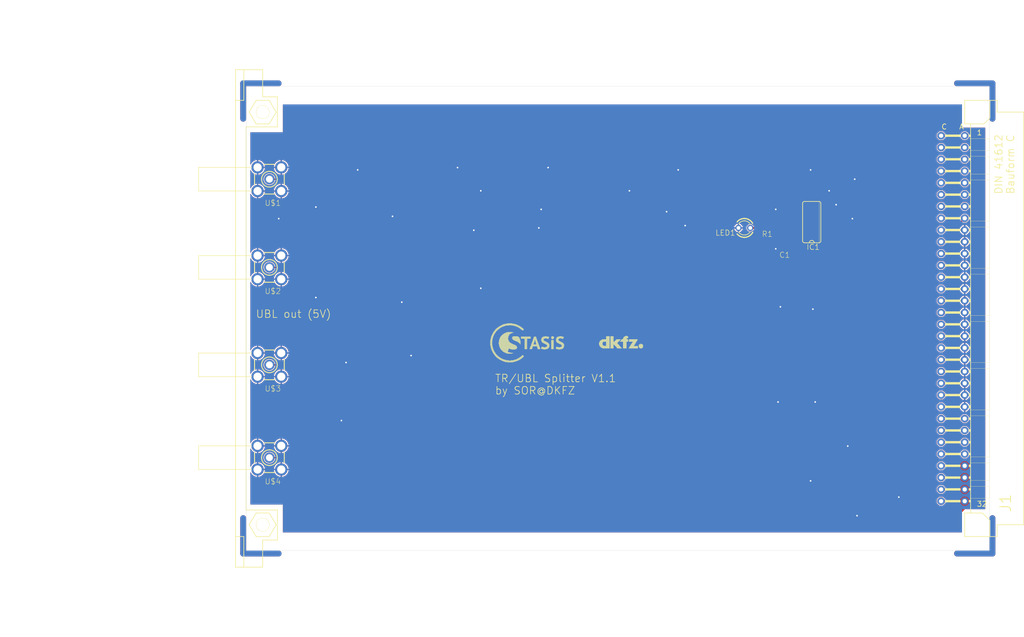
<source format=kicad_pcb>
(kicad_pcb (version 20240108) (generator "pcbnew") (generator_version "8.0")
  (layers (0 "F.Cu" signal) (31 "B.Cu" signal) (34 "B.Paste" user) (35 "F.Paste" user) (36 "B.SilkS" user "B.Silkscreen") (37 "F.SilkS" user "F.Silkscreen") (38 "B.Mask" user) (39 "F.Mask" user) (44 "Edge.Cuts" user))
  (net 0 "")
  (net 1 "VCC")
  (net 2 "GND")
  (net 3 "UBL")
  (net 4 "N$1")
  (net 5 "N$3")
  (net 6 "N$5")
  (net 7 "N$2")
  (net 8 "N$4")
  (net 9 "N$6")
  (net 10 "N$7")
  (footprint "TR_UBL_Splitter_V1p1:C0603_334" (layer "F.Cu") (at 184.9971 90.0036 180)
    (property "Reference" "C1" (at -0.635 -0.635 0) (layer "F.SilkS") (effects (font (size 1.176528 1.176528) (thickness 0.093472)) (justify right top)))
    (property "Value" "100nF")
    (pad "1" smd rect (at -0.85 0 180) (size 1.1 1) (layers "F.Cu" "F.Paste" "F.Mask") (net 1 "VCC"))
    (pad "2" smd rect (at 0.85 0 180) (size 1.1 1) (layers "F.Cu" "F.Paste" "F.Mask") (net 2 "GND"))
  )
  (footprint "TR_UBL_Splitter_V1p1:R0603_334" (layer "F.Cu") (at 181.2471 85.5036 180)
    (property "Reference" "R1" (at -0.635 -0.635 0) (layer "F.SilkS") (effects (font (size 1.176528 1.176528) (thickness 0.093472)) (justify right top)))
    (property "Value" "330")
    (pad "1" smd rect (at -0.85 0 180) (size 1 1.1) (layers "F.Cu" "F.Paste" "F.Mask") (net 6 "N$5"))
    (pad "2" smd rect (at 0.85 0 180) (size 1 1.1) (layers "F.Cu" "F.Paste" "F.Mask") (net 5 "N$3"))
  )
  (footprint "TR_UBL_Splitter_V1p1:SO14_88" (layer "F.Cu") (at 190.2471 84.2536 90)
    (property "Reference" "IC1" (at -4.699 1.778 0) (layer "F.SilkS") (effects (font (size 1.1557 1.1557) (thickness 0.1143)) (justify right top)))
    (property "Value" "MM74HCT04MX")
    (pad "1" smd rect (at -3.81 3.0734 90) (size 0.6604 2.032) (layers "F.Cu" "F.Paste" "F.Mask") (net 3 "UBL"))
    (pad "2" smd rect (at -2.54 3.0734 90) (size 0.6604 2.032) (layers "F.Cu" "F.Paste" "F.Mask") (net 4 "N$1"))
    (pad "3" smd rect (at -1.27 3.0734 90) (size 0.6604 2.032) (layers "F.Cu" "F.Paste" "F.Mask") (net 4 "N$1"))
    (pad "4" smd rect (at 0 3.0734 90) (size 0.6604 2.032) (layers "F.Cu" "F.Paste" "F.Mask") (net 7 "N$2"))
    (pad "5" smd rect (at 1.27 3.0734 90) (size 0.6604 2.032) (layers "F.Cu" "F.Paste" "F.Mask") (net 4 "N$1"))
    (pad "6" smd rect (at 2.54 3.0734 90) (size 0.6604 2.032) (layers "F.Cu" "F.Paste" "F.Mask") (net 8 "N$4"))
    (pad "7" smd rect (at 3.81 3.0734 90) (size 0.6604 2.032) (layers "F.Cu" "F.Paste" "F.Mask") (net 2 "GND"))
    (pad "8" smd rect (at 3.81 -3.0734 90) (size 0.6604 2.032) (layers "F.Cu" "F.Paste" "F.Mask") (net 9 "N$6"))
    (pad "9" smd rect (at 2.54 -3.0734 90) (size 0.6604 2.032) (layers "F.Cu" "F.Paste" "F.Mask") (net 4 "N$1"))
    (pad "10" smd rect (at 1.27 -3.0734 90) (size 0.6604 2.032) (layers "F.Cu" "F.Paste" "F.Mask") (net 10 "N$7"))
    (pad "11" smd rect (at 0 -3.0734 90) (size 0.6604 2.032) (layers "F.Cu" "F.Paste" "F.Mask") (net 4 "N$1"))
    (pad "12" smd rect (at -1.27 -3.0734 90) (size 0.6604 2.032) (layers "F.Cu" "F.Paste" "F.Mask") (net 6 "N$5"))
    (pad "13" smd rect (at -2.54 -3.0734 90) (size 0.6604 2.032) (layers "F.Cu" "F.Paste" "F.Mask") (net 4 "N$1"))
    (pad "14" smd rect (at -3.81 -3.0734 90) (size 0.6604 2.032) (layers "F.Cu" "F.Paste" "F.Mask") (net 1 "VCC"))
  )
  (footprint "TR_UBL_Splitter_V1p1:BU-SMA-H" (layer "F.Cu") (at 73.4971 94.0036 180)
    (property "Reference" "U$2" (at -2.54 -4.445 0) (layer "F.SilkS") (effects (font (size 1.176528 1.176528) (thickness 0.093472)) (justify right top)))
    (property "Value" "SMA_CON-H")
    (pad "1" thru_hole circle (at 0 0 180) (size 2.25 2.25) (drill 1.5) (layers "*.Cu" "*.Mask") (net 8 "N$4"))
    (pad "2" thru_hole circle (at -2.5499 -2.5499 180) (size 2.667 2.667) (drill 1.778) (layers "*.Cu" "*.Mask") (net 2 "GND"))
    (pad "3" thru_hole circle (at 2.5499 -2.5499 180) (size 2.667 2.667) (drill 1.778) (layers "*.Cu" "*.Mask") (net 2 "GND"))
    (pad "4" thru_hole circle (at 2.5499 2.5499 180) (size 2.667 2.667) (drill 1.778) (layers "*.Cu" "*.Mask") (net 2 "GND"))
    (pad "5" thru_hole circle (at -2.5499 2.5499 180) (size 2.667 2.667) (drill 1.778) (layers "*.Cu" "*.Mask") (net 2 "GND"))
  )
  (footprint "TR_UBL_Splitter_V1p1:BU-SMA-H" (layer "F.Cu") (at 73.4971 135.0036 180)
    (property "Reference" "U$4" (at -2.54 -4.445 0) (layer "F.SilkS") (effects (font (size 1.176528 1.176528) (thickness 0.093472)) (justify right top)))
    (property "Value" "SMA_CON-H")
    (pad "1" thru_hole circle (at 0 0 180) (size 2.25 2.25) (drill 1.5) (layers "*.Cu" "*.Mask") (net 10 "N$7"))
    (pad "2" thru_hole circle (at -2.5499 -2.5499 180) (size 2.667 2.667) (drill 1.778) (layers "*.Cu" "*.Mask") (net 2 "GND"))
    (pad "3" thru_hole circle (at 2.5499 -2.5499 180) (size 2.667 2.667) (drill 1.778) (layers "*.Cu" "*.Mask") (net 2 "GND"))
    (pad "4" thru_hole circle (at 2.5499 2.5499 180) (size 2.667 2.667) (drill 1.778) (layers "*.Cu" "*.Mask") (net 2 "GND"))
    (pad "5" thru_hole circle (at -2.5499 2.5499 180) (size 2.667 2.667) (drill 1.778) (layers "*.Cu" "*.Mask") (net 2 "GND"))
  )
  (footprint "TR_UBL_Splitter_V1p1:LOGO_DKFZ" (layer "F.Cu") (at 144.4971 111.5036)
    (property "Reference" "U$6" (hide yes))
    (property "Value" "" (hide yes))
  )
  (footprint "TR_UBL_Splitter_V1p1:BU-SMA-H" (layer "F.Cu") (at 73.4971 75.0036 180)
    (property "Reference" "U$1" (at -2.54 -4.445 0) (layer "F.SilkS") (effects (font (size 1.176528 1.176528) (thickness 0.093472)) (justify right top)))
    (property "Value" "SMA_CON-H")
    (pad "1" thru_hole circle (at 0 0 180) (size 2.25 2.25) (drill 1.5) (layers "*.Cu" "*.Mask") (net 7 "N$2"))
    (pad "2" thru_hole circle (at -2.5499 -2.5499 180) (size 2.667 2.667) (drill 1.778) (layers "*.Cu" "*.Mask") (net 2 "GND"))
    (pad "3" thru_hole circle (at 2.5499 -2.5499 180) (size 2.667 2.667) (drill 1.778) (layers "*.Cu" "*.Mask") (net 2 "GND"))
    (pad "4" thru_hole circle (at 2.5499 2.5499 180) (size 2.667 2.667) (drill 1.778) (layers "*.Cu" "*.Mask") (net 2 "GND"))
    (pad "5" thru_hole circle (at -2.5499 2.5499 180) (size 2.667 2.667) (drill 1.778) (layers "*.Cu" "*.Mask") (net 2 "GND"))
  )
  (footprint "TR_UBL_Splitter_V1p1:BU-SMA-H" (layer "F.Cu") (at 73.4971 115.0036 180)
    (property "Reference" "U$3" (at -2.54 -4.445 0) (layer "F.SilkS") (effects (font (size 1.176528 1.176528) (thickness 0.093472)) (justify right top)))
    (property "Value" "SMA_CON-H")
    (pad "1" thru_hole circle (at 0 0 180) (size 2.25 2.25) (drill 1.5) (layers "*.Cu" "*.Mask") (net 9 "N$6"))
    (pad "2" thru_hole circle (at -2.5499 -2.5499 180) (size 2.667 2.667) (drill 1.778) (layers "*.Cu" "*.Mask") (net 2 "GND"))
    (pad "3" thru_hole circle (at 2.5499 -2.5499 180) (size 2.667 2.667) (drill 1.778) (layers "*.Cu" "*.Mask") (net 2 "GND"))
    (pad "4" thru_hole circle (at 2.5499 2.5499 180) (size 2.667 2.667) (drill 1.778) (layers "*.Cu" "*.Mask") (net 2 "GND"))
    (pad "5" thru_hole circle (at -2.5499 2.5499 180) (size 2.667 2.667) (drill 1.778) (layers "*.Cu" "*.Mask") (net 2 "GND"))
  )
  (footprint "TR_UBL_Splitter_V1p1:LED3MM_259" (layer "F.Cu") (at 175.7471 85.5036 180)
    (property "Reference" "LED1" (at 1.905 -0.381 0) (layer "F.SilkS") (effects (font (size 1.1557 1.1557) (thickness 0.1143)) (justify right top)))
    (property "Value" "RED")
    (pad "A" thru_hole roundrect (at -1.27 0 180) (size 1.3208 1.3208) (drill 0.8128) (layers "*.Cu" "*.Mask") (chamfer_ratio 0.2928932188) (chamfer top_left top_right bottom_left bottom_right) (net 5 "N$3"))
    (pad "K" thru_hole roundrect (at 1.27 0 180) (size 1.3208 1.3208) (drill 0.8128) (layers "*.Cu" "*.Mask") (chamfer_ratio 0.2928932188) (chamfer top_left top_right bottom_left bottom_right) (net 2 "GND"))
  )
  (footprint "TR_UBL_Splitter_V1p1:VG64P_79" (layer "F.Cu") (at 68.2371 105.0036)
    (property "Reference" "J1" (at 165.1 41.91 90) (layer "F.SilkS") (effects (font (size 2.3114 2.3114) (thickness 0.2286)) (justify left bottom)))
    (property "Value" "BUS")
    (fp_line (start -0.381 -43.0276) (end -0.381 -50.6476) (stroke (width 1.27)) (layer "F.Cu"))
    (fp_line (start -0.381 43.0276) (end -0.381 50.6476) (stroke (width 1.27)) (layer "F.Cu"))
    (fp_line (start 7.239 -50.6476) (end -0.381 -50.6476) (stroke (width 1.27)) (layer "F.Cu"))
    (fp_line (start 7.239 50.6476) (end -0.381 50.6476) (stroke (width 1.27)) (layer "F.Cu"))
    (fp_line (start 153.289 -50.6476) (end 160.909 -50.6476) (stroke (width 1.27)) (layer "F.Cu"))
    (fp_line (start 153.289 50.6476) (end 160.909 50.6476) (stroke (width 1.27)) (layer "F.Cu"))
    (fp_line (start 160.909 -43.0276) (end 160.909 -50.6476) (stroke (width 1.27)) (layer "F.Cu"))
    (fp_line (start 160.909 43.0276) (end 160.909 50.6476) (stroke (width 1.27)) (layer "F.Cu"))
    (fp_line (start -0.381 -43.0276) (end -0.381 -50.6476) (stroke (width 1.27)) (layer "B.Cu"))
    (fp_line (start -0.381 43.0276) (end -0.381 50.6476) (stroke (width 1.27)) (layer "B.Cu"))
    (fp_line (start 7.239 -50.6476) (end -0.381 -50.6476) (stroke (width 1.27)) (layer "B.Cu"))
    (fp_line (start 7.239 50.6476) (end -0.381 50.6476) (stroke (width 1.27)) (layer "B.Cu"))
    (fp_line (start 153.289 -50.6476) (end 160.909 -50.6476) (stroke (width 1.27)) (layer "B.Cu"))
    (fp_line (start 153.289 50.6476) (end 160.909 50.6476) (stroke (width 1.27)) (layer "B.Cu"))
    (fp_line (start 160.909 -43.0276) (end 160.909 -50.6476) (stroke (width 1.27)) (layer "B.Cu"))
    (fp_line (start 160.909 43.0276) (end 160.909 50.6476) (stroke (width 1.27)) (layer "B.Cu"))
    (fp_line (start 0.254 -50.0126) (end 0.254 50.0126) (stroke (width 0.05)) (layer "Edge.Cuts"))
    (fp_line (start 0.254 50.0126) (end 160.274 50.0126) (stroke (width 0.05)) (layer "Edge.Cuts"))
    (fp_line (start 160.274 -50.0126) (end 0.254 -50.0126) (stroke (width 0.05)) (layer "Edge.Cuts"))
    (fp_line (start 160.274 50.0126) (end 160.274 -50.0126) (stroke (width 0.05)) (layer "Edge.Cuts"))
    (fp_text user "C" (at 149.86 -40.64 0) (layer "F.SilkS") (effects (font (size 1.1176 1.1176) (thickness 0.1524)) (justify left bottom)))
    (fp_text user "Bauform C" (at 165.735 -26.67 90) (layer "F.SilkS") (effects (font (size 1.6002 1.6002) (thickness 0.1778)) (justify left bottom)))
    (fp_text user "A" (at 153.67 -40.64 0) (layer "F.SilkS") (effects (font (size 1.1176 1.1176) (thickness 0.1524)) (justify left bottom)))
    (fp_text user "DIN 41612" (at 163.195 -26.67 90) (layer "F.SilkS") (effects (font (size 1.6002 1.6002) (thickness 0.1778)) (justify left bottom)))
    (fp_text user "32" (at 157.48 40.64 0) (layer "F.SilkS") (effects (font (size 1.1176 1.1176) (thickness 0.1524)) (justify left bottom)))
    (fp_text user "1" (at 157.48 -39.37 0) (layer "F.SilkS") (effects (font (size 1.1176 1.1176) (thickness 0.1524)) (justify left bottom)))
    (pad "" np_thru_hole circle (at 3.81 -44.45) (size 2.794 2.794) (drill 2.794) (layers "*.Cu" "*.Mask"))
    (pad "" np_thru_hole circle (at 3.81 44.45) (size 2.794 2.794) (drill 2.794) (layers "*.Cu" "*.Mask"))
    (pad "" np_thru_hole circle (at 157.48 -44.45) (size 2.794 2.794) (drill 2.794) (layers "*.Cu" "*.Mask"))
    (pad "" np_thru_hole circle (at 157.48 44.45) (size 2.794 2.794) (drill 2.794) (layers "*.Cu" "*.Mask"))
    (pad "A1" thru_hole circle (at 154.94 -39.37) (size 1.6002 1.6002) (drill 0.9144) (layers "*.Cu" "*.Mask"))
    (pad "A2" thru_hole roundrect (at 154.94 -36.83) (size 1.6002 1.6002) (drill 0.9144) (layers "*.Cu" "*.Mask") (chamfer_ratio 0.2928932188) (chamfer top_left top_right bottom_left bottom_right))
    (pad "A3" thru_hole roundrect (at 154.94 -34.29) (size 1.6002 1.6002) (drill 0.9144) (layers "*.Cu" "*.Mask") (chamfer_ratio 0.2928932188) (chamfer top_left top_right bottom_left bottom_right))
    (pad "A4" thru_hole roundrect (at 154.94 -31.75) (size 1.6002 1.6002) (drill 0.9144) (layers "*.Cu" "*.Mask") (chamfer_ratio 0.2928932188) (chamfer top_left top_right bottom_left bottom_right))
    (pad "A5" thru_hole roundrect (at 154.94 -29.21) (size 1.6002 1.6002) (drill 0.9144) (layers "*.Cu" "*.Mask") (chamfer_ratio 0.2928932188) (chamfer top_left top_right bottom_left bottom_right))
    (pad "A6" thru_hole roundrect (at 154.94 -26.67) (size 1.6002 1.6002) (drill 0.9144) (layers "*.Cu" "*.Mask") (chamfer_ratio 0.2928932188) (chamfer top_left top_right bottom_left bottom_right))
    (pad "A7" thru_hole roundrect (at 154.94 -24.13) (size 1.6002 1.6002) (drill 0.9144) (layers "*.Cu" "*.Mask") (chamfer_ratio 0.2928932188) (chamfer top_left top_right bottom_left bottom_right))
    (pad "A8" thru_hole roundrect (at 154.94 -21.59) (size 1.6002 1.6002) (drill 0.9144) (layers "*.Cu" "*.Mask") (chamfer_ratio 0.2928932188) (chamfer top_left top_right bottom_left bottom_right) (net 3 "UBL"))
    (pad "A9" thru_hole roundrect (at 154.94 -19.05) (size 1.6002 1.6002) (drill 0.9144) (layers "*.Cu" "*.Mask") (chamfer_ratio 0.2928932188) (chamfer top_left top_right bottom_left bottom_right) (net 2 "GND"))
    (pad "A10" thru_hole roundrect (at 154.94 -16.51) (size 1.6002 1.6002) (drill 0.9144) (layers "*.Cu" "*.Mask") (chamfer_ratio 0.2928932188) (chamfer top_left top_right bottom_left bottom_right) (net 2 "GND"))
    (pad "A11" thru_hole roundrect (at 154.94 -13.97) (size 1.6002 1.6002) (drill 0.9144) (layers "*.Cu" "*.Mask") (chamfer_ratio 0.2928932188) (chamfer top_left top_right bottom_left bottom_right) (net 2 "GND"))
    (pad "A12" thru_hole roundrect (at 154.94 -11.43) (size 1.6002 1.6002) (drill 0.9144) (layers "*.Cu" "*.Mask") (chamfer_ratio 0.2928932188) (chamfer top_left top_right bottom_left bottom_right) (net 2 "GND"))
    (pad "A13" thru_hole roundrect (at 154.94 -8.89) (size 1.6002 1.6002) (drill 0.9144) (layers "*.Cu" "*.Mask") (chamfer_ratio 0.2928932188) (chamfer top_left top_right bottom_left bottom_right) (net 2 "GND"))
    (pad "A14" thru_hole roundrect (at 154.94 -6.35) (size 1.6002 1.6002) (drill 0.9144) (layers "*.Cu" "*.Mask") (chamfer_ratio 0.2928932188) (chamfer top_left top_right bottom_left bottom_right) (net 2 "GND"))
    (pad "A15" thru_hole roundrect (at 154.94 -3.81) (size 1.6002 1.6002) (drill 0.9144) (layers "*.Cu" "*.Mask") (chamfer_ratio 0.2928932188) (chamfer top_left top_right bottom_left bottom_right) (net 2 "GND"))
    (pad "A16" thru_hole roundrect (at 154.94 -1.27) (size 1.6002 1.6002) (drill 0.9144) (layers "*.Cu" "*.Mask") (chamfer_ratio 0.2928932188) (chamfer top_left top_right bottom_left bottom_right) (net 2 "GND"))
    (pad "A17" thru_hole roundrect (at 154.94 1.27) (size 1.6002 1.6002) (drill 0.9144) (layers "*.Cu" "*.Mask") (chamfer_ratio 0.2928932188) (chamfer top_left top_right bottom_left bottom_right) (net 2 "GND"))
    (pad "A18" thru_hole roundrect (at 154.94 3.81) (size 1.6002 1.6002) (drill 0.9144) (layers "*.Cu" "*.Mask") (chamfer_ratio 0.2928932188) (chamfer top_left top_right bottom_left bottom_right) (net 2 "GND"))
    (pad "A19" thru_hole roundrect (at 154.94 6.35) (size 1.6002 1.6002) (drill 0.9144) (layers "*.Cu" "*.Mask") (chamfer_ratio 0.2928932188) (chamfer top_left top_right bottom_left bottom_right) (net 2 "GND"))
    (pad "A20" thru_hole roundrect (at 154.94 8.89) (size 1.6002 1.6002) (drill 0.9144) (layers "*.Cu" "*.Mask") (chamfer_ratio 0.2928932188) (chamfer top_left top_right bottom_left bottom_right) (net 2 "GND"))
    (pad "A21" thru_hole roundrect (at 154.94 11.43) (size 1.6002 1.6002) (drill 0.9144) (layers "*.Cu" "*.Mask") (chamfer_ratio 0.2928932188) (chamfer top_left top_right bottom_left bottom_right) (net 2 "GND"))
    (pad "A22" thru_hole roundrect (at 154.94 13.97) (size 1.6002 1.6002) (drill 0.9144) (layers "*.Cu" "*.Mask") (chamfer_ratio 0.2928932188) (chamfer top_left top_right bottom_left bottom_right) (net 2 "GND"))
    (pad "A23" thru_hole roundrect (at 154.94 16.51) (size 1.6002 1.6002) (drill 0.9144) (layers "*.Cu" "*.Mask") (chamfer_ratio 0.2928932188) (chamfer top_left top_right bottom_left bottom_right) (net 2 "GND"))
    (pad "A24" thru_hole roundrect (at 154.94 19.05) (size 1.6002 1.6002) (drill 0.9144) (layers "*.Cu" "*.Mask") (chamfer_ratio 0.2928932188) (chamfer top_left top_right bottom_left bottom_right) (net 2 "GND"))
    (pad "A25" thru_hole roundrect (at 154.94 21.59) (size 1.6002 1.6002) (drill 0.9144) (layers "*.Cu" "*.Mask") (chamfer_ratio 0.2928932188) (chamfer top_left top_right bottom_left bottom_right))
    (pad "A26" thru_hole roundrect (at 154.94 24.13) (size 1.6002 1.6002) (drill 0.9144) (layers "*.Cu" "*.Mask") (chamfer_ratio 0.2928932188) (chamfer top_left top_right bottom_left bottom_right))
    (pad "A27" thru_hole roundrect (at 154.94 26.67) (size 1.6002 1.6002) (drill 0.9144) (layers "*.Cu" "*.Mask") (chamfer_ratio 0.2928932188) (chamfer top_left top_right bottom_left bottom_right))
    (pad "A28" thru_hole roundrect (at 154.94 29.21) (size 1.6002 1.6002) (drill 0.9144) (layers "*.Cu" "*.Mask") (chamfer_ratio 0.2928932188) (chamfer top_left top_right bottom_left bottom_right))
    (pad "A29" thru_hole roundrect (at 154.94 31.75) (size 1.6002 1.6002) (drill 0.9144) (layers "*.Cu" "*.Mask") (chamfer_ratio 0.2928932188) (chamfer top_left top_right bottom_left bottom_right) (net 1 "VCC"))
    (pad "A30" thru_hole roundrect (at 154.94 34.29) (size 1.6002 1.6002) (drill 0.9144) (layers "*.Cu" "*.Mask") (chamfer_ratio 0.2928932188) (chamfer top_left top_right bottom_left bottom_right) (net 1 "VCC"))
    (pad "A31" thru_hole roundrect (at 154.94 36.83) (size 1.6002 1.6002) (drill 0.9144) (layers "*.Cu" "*.Mask") (chamfer_ratio 0.2928932188) (chamfer top_left top_right bottom_left bottom_right) (net 1 "VCC"))
    (pad "A32" thru_hole roundrect (at 154.94 39.37) (size 1.6002 1.6002) (drill 0.9144) (layers "*.Cu" "*.Mask") (chamfer_ratio 0.2928932188) (chamfer top_left top_right bottom_left bottom_right) (net 1 "VCC"))
    (pad "C1" thru_hole roundrect (at 149.86 -39.37) (size 1.6002 1.6002) (drill 0.9144) (layers "*.Cu" "*.Mask") (chamfer_ratio 0.2928932188) (chamfer top_left top_right bottom_left bottom_right))
    (pad "C2" thru_hole roundrect (at 149.86 -36.83) (size 1.6002 1.6002) (drill 0.9144) (layers "*.Cu" "*.Mask") (chamfer_ratio 0.2928932188) (chamfer top_left top_right bottom_left bottom_right))
    (pad "C3" thru_hole roundrect (at 149.86 -34.29) (size 1.6002 1.6002) (drill 0.9144) (layers "*.Cu" "*.Mask") (chamfer_ratio 0.2928932188) (chamfer top_left top_right bottom_left bottom_right))
    (pad "C4" thru_hole roundrect (at 149.86 -31.75) (size 1.6002 1.6002) (drill 0.9144) (layers "*.Cu" "*.Mask") (chamfer_ratio 0.2928932188) (chamfer top_left top_right bottom_left bottom_right))
    (pad "C5" thru_hole roundrect (at 149.86 -29.21) (size 1.6002 1.6002) (drill 0.9144) (layers "*.Cu" "*.Mask") (chamfer_ratio 0.2928932188) (chamfer top_left top_right bottom_left bottom_right))
    (pad "C6" thru_hole roundrect (at 149.86 -26.67) (size 1.6002 1.6002) (drill 0.9144) (layers "*.Cu" "*.Mask") (chamfer_ratio 0.2928932188) (chamfer top_left top_right bottom_left bottom_right))
    (pad "C7" thru_hole roundrect (at 149.86 -24.13) (size 1.6002 1.6002) (drill 0.9144) (layers "*.Cu" "*.Mask") (chamfer_ratio 0.2928932188) (chamfer top_left top_right bottom_left bottom_right))
    (pad "C8" thru_hole roundrect (at 149.86 -21.59) (size 1.6002 1.6002) (drill 0.9144) (layers "*.Cu" "*.Mask") (chamfer_ratio 0.2928932188) (chamfer top_left top_right bottom_left bottom_right))
    (pad "C9" thru_hole roundrect (at 149.86 -19.05) (size 1.6002 1.6002) (drill 0.9144) (layers "*.Cu" "*.Mask") (chamfer_ratio 0.2928932188) (chamfer top_left top_right bottom_left bottom_right))
    (pad "C10" thru_hole roundrect (at 149.86 -16.51) (size 1.6002 1.6002) (drill 0.9144) (layers "*.Cu" "*.Mask") (chamfer_ratio 0.2928932188) (chamfer top_left top_right bottom_left bottom_right))
    (pad "C11" thru_hole roundrect (at 149.86 -13.97) (size 1.6002 1.6002) (drill 0.9144) (layers "*.Cu" "*.Mask") (chamfer_ratio 0.2928932188) (chamfer top_left top_right bottom_left bottom_right))
    (pad "C12" thru_hole roundrect (at 149.86 -11.43) (size 1.6002 1.6002) (drill 0.9144) (layers "*.Cu" "*.Mask") (chamfer_ratio 0.2928932188) (chamfer top_left top_right bottom_left bottom_right))
    (pad "C13" thru_hole roundrect (at 149.86 -8.89) (size 1.6002 1.6002) (drill 0.9144) (layers "*.Cu" "*.Mask") (chamfer_ratio 0.2928932188) (chamfer top_left top_right bottom_left bottom_right))
    (pad "C14" thru_hole roundrect (at 149.86 -6.35) (size 1.6002 1.6002) (drill 0.9144) (layers "*.Cu" "*.Mask") (chamfer_ratio 0.2928932188) (chamfer top_left top_right bottom_left bottom_right))
    (pad "C15" thru_hole roundrect (at 149.86 -3.81) (size 1.6002 1.6002) (drill 0.9144) (layers "*.Cu" "*.Mask") (chamfer_ratio 0.2928932188) (chamfer top_left top_right bottom_left bottom_right))
    (pad "C16" thru_hole roundrect (at 149.86 -1.27) (size 1.6002 1.6002) (drill 0.9144) (layers "*.Cu" "*.Mask") (chamfer_ratio 0.2928932188) (chamfer top_left top_right bottom_left bottom_right))
    (pad "C17" thru_hole roundrect (at 149.86 1.27) (size 1.6002 1.6002) (drill 0.9144) (layers "*.Cu" "*.Mask") (chamfer_ratio 0.2928932188) (chamfer top_left top_right bottom_left bottom_right))
    (pad "C18" thru_hole roundrect (at 149.86 3.81) (size 1.6002 1.6002) (drill 0.9144) (layers "*.Cu" "*.Mask") (chamfer_ratio 0.2928932188) (chamfer top_left top_right bottom_left bottom_right))
    (pad "C19" thru_hole roundrect (at 149.86 6.35) (size 1.6002 1.6002) (drill 0.9144) (layers "*.Cu" "*.Mask") (chamfer_ratio 0.2928932188) (chamfer top_left top_right bottom_left bottom_right))
    (pad "C20" thru_hole roundrect (at 149.86 8.89) (size 1.6002 1.6002) (drill 0.9144) (layers "*.Cu" "*.Mask") (chamfer_ratio 0.2928932188) (chamfer top_left top_right bottom_left bottom_right))
    (pad "C21" thru_hole roundrect (at 149.86 11.43) (size 1.6002 1.6002) (drill 0.9144) (layers "*.Cu" "*.Mask") (chamfer_ratio 0.2928932188) (chamfer top_left top_right bottom_left bottom_right))
    (pad "C22" thru_hole roundrect (at 149.86 13.97) (size 1.6002 1.6002) (drill 0.9144) (layers "*.Cu" "*.Mask") (chamfer_ratio 0.2928932188) (chamfer top_left top_right bottom_left bottom_right))
    (pad "C23" thru_hole roundrect (at 149.86 16.51) (size 1.6002 1.6002) (drill 0.9144) (layers "*.Cu" "*.Mask") (chamfer_ratio 0.2928932188) (chamfer top_left top_right bottom_left bottom_right))
    (pad "C24" thru_hole roundrect (at 149.86 19.05) (size 1.6002 1.6002) (drill 0.9144) (layers "*.Cu" "*.Mask") (chamfer_ratio 0.2928932188) (chamfer top_left top_right bottom_left bottom_right))
    (pad "C25" thru_hole roundrect (at 149.86 21.59) (size 1.6002 1.6002) (drill 0.9144) (layers "*.Cu" "*.Mask") (chamfer_ratio 0.2928932188) (chamfer top_left top_right bottom_left bottom_right))
    (pad "C26" thru_hole roundrect (at 149.86 24.13) (size 1.6002 1.6002) (drill 0.9144) (layers "*.Cu" "*.Mask") (chamfer_ratio 0.2928932188) (chamfer top_left top_right bottom_left bottom_right))
    (pad "C27" thru_hole roundrect (at 149.86 26.67) (size 1.6002 1.6002) (drill 0.9144) (layers "*.Cu" "*.Mask") (chamfer_ratio 0.2928932188) (chamfer top_left top_right bottom_left bottom_right))
    (pad "C28" thru_hole roundrect (at 149.86 29.21) (size 1.6002 1.6002) (drill 0.9144) (layers "*.Cu" "*.Mask") (chamfer_ratio 0.2928932188) (chamfer top_left top_right bottom_left bottom_right))
    (pad "C29" thru_hole roundrect (at 149.86 31.75) (size 1.6002 1.6002) (drill 0.9144) (layers "*.Cu" "*.Mask") (chamfer_ratio 0.2928932188) (chamfer top_left top_right bottom_left bottom_right))
    (pad "C30" thru_hole roundrect (at 149.86 34.29) (size 1.6002 1.6002) (drill 0.9144) (layers "*.Cu" "*.Mask") (chamfer_ratio 0.2928932188) (chamfer top_left top_right bottom_left bottom_right))
    (pad "C31" thru_hole roundrect (at 149.86 36.83) (size 1.6002 1.6002) (drill 0.9144) (layers "*.Cu" "*.Mask") (chamfer_ratio 0.2928932188) (chamfer top_left top_right bottom_left bottom_right))
    (pad "C32" thru_hole roundrect (at 149.86 39.37) (size 1.6002 1.6002) (drill 0.9144) (layers "*.Cu" "*.Mask") (chamfer_ratio 0.2928932188) (chamfer top_left top_right bottom_left bottom_right))
    (zone (net 0) (net_name "") (layer "B.Cu") (connect_pads (clearance 0)) (min_thickness 0.25)
      (keepout (tracks not_allowed) (vias not_allowed) (pads not_allowed) (copperpour not_allowed) (footprints allowed))
      (fill (thermal_gap 0.5) (thermal_bridge_width 0.5))
      (polygon (pts (xy 228.0031 60.5536) (xy 227.982703 60.248906) (xy 227.921877 59.949649) (xy 227.821706 59.66117) (xy 227.683978 59.388616) (xy 227.511151 59.136852) (xy 227.30631 58.910369) (xy 227.073109 58.71321) (xy 226.81571 58.548892) (xy 226.538706 58.420349) (xy 226.247041 58.329874) (xy 225.945919 58.279081) (xy 225.640713 58.268877) (xy 225.336871 58.299443) (xy 225.039814 58.370236) (xy 224.754843 58.47999) (xy 224.487044 58.626748) (xy 224.241195 58.807891) (xy 224.021683 59.020186) (xy 223.832427 59.259845) (xy 223.676802 59.522591) (xy 223.557586 59.803735) (xy 223.476908 60.098261) (xy 223.436205 60.400912) (xy 223.436205 60.706288) (xy 223.476908 61.008939) (xy 223.557586 61.303465) (xy 223.676802 61.584609) (xy 223.832427 61.847355) (xy 224.021683 62.087014) (xy 224.241195 62.299309) (xy 224.487044 62.480452) (xy 224.754843 62.62721) (xy 225.039814 62.736964) (xy 225.336871 62.807757) (xy 225.640713 62.838323) (xy 225.945919 62.828119) (xy 226.247041 62.777326) (xy 226.538706 62.686851) (xy 226.81571 62.558308) (xy 227.073109 62.39399) (xy 227.30631 62.196831) (xy 227.511151 61.970348) (xy 227.683978 61.718584) (xy 227.821706 61.44603) (xy 227.921877 61.157551) (xy 227.982703 60.858294)))
    )
    (zone (net 0) (net_name "") (layer "B.Cu") (connect_pads (clearance 0)) (min_thickness 0.25)
      (keepout (tracks not_allowed) (vias not_allowed) (pads not_allowed) (copperpour not_allowed) (footprints allowed))
      (fill (thermal_gap 0.5) (thermal_bridge_width 0.5))
      (polygon (pts (xy 228.0031 149.4536) (xy 227.982703 149.148906) (xy 227.921877 148.849649) (xy 227.821706 148.56117) (xy 227.683978 148.288616) (xy 227.511151 148.036852) (xy 227.30631 147.810369) (xy 227.073109 147.61321) (xy 226.81571 147.448892) (xy 226.538706 147.320349) (xy 226.247041 147.229874) (xy 225.945919 147.179081) (xy 225.640713 147.168877) (xy 225.336871 147.199443) (xy 225.039814 147.270236) (xy 224.754843 147.37999) (xy 224.487044 147.526748) (xy 224.241195 147.707891) (xy 224.021683 147.920186) (xy 223.832427 148.159845) (xy 223.676802 148.422591) (xy 223.557586 148.703735) (xy 223.476908 148.998261) (xy 223.436205 149.300912) (xy 223.436205 149.606288) (xy 223.476908 149.908939) (xy 223.557586 150.203465) (xy 223.676802 150.484609) (xy 223.832427 150.747355) (xy 224.021683 150.987014) (xy 224.241195 151.199309) (xy 224.487044 151.380452) (xy 224.754843 151.52721) (xy 225.039814 151.636964) (xy 225.336871 151.707757) (xy 225.640713 151.738323) (xy 225.945919 151.728119) (xy 226.247041 151.677326) (xy 226.538706 151.586851) (xy 226.81571 151.458308) (xy 227.073109 151.29399) (xy 227.30631 151.096831) (xy 227.511151 150.870348) (xy 227.683978 150.618584) (xy 227.821706 150.34603) (xy 227.921877 150.057551) (xy 227.982703 149.758294)))
    )
    (zone (net 0) (net_name "") (layer "B.Cu") (connect_pads (clearance 0)) (min_thickness 0.25)
      (keepout (tracks not_allowed) (vias not_allowed) (pads not_allowed) (copperpour not_allowed) (footprints allowed))
      (fill (thermal_gap 0.5) (thermal_bridge_width 0.5))
      (polygon (pts (xy 75.2221 60.5536) (xy 75.202136 60.198113) (xy 75.142496 59.847096) (xy 75.04393 59.504964) (xy 74.907676 59.176019) (xy 74.735449 58.864398) (xy 74.529415 58.57402) (xy 74.292164 58.308536) (xy 74.02668 58.071285) (xy 73.736302 57.865251) (xy 73.424681 57.693024) (xy 73.095736 57.55677) (xy 72.753604 57.458204) (xy 72.402587 57.398564) (xy 72.0471 57.3786) (xy 71.691613 57.398564) (xy 71.340596 57.458204) (xy 70.998464 57.55677) (xy 70.669519 57.693024) (xy 70.357898 57.865251) (xy 70.06752 58.071285) (xy 69.802036 58.308536) (xy 69.564785 58.57402) (xy 69.358751 58.864398) (xy 69.186524 59.176019) (xy 69.05027 59.504964) (xy 68.951704 59.847096) (xy 68.892064 60.198113) (xy 68.8721 60.5536) (xy 68.892064 60.909087) (xy 68.951704 61.260104) (xy 69.05027 61.602236) (xy 69.186524 61.931181) (xy 69.358751 62.242802) (xy 69.564785 62.53318) (xy 69.802036 62.798664) (xy 70.06752 63.035915) (xy 70.357898 63.241949) (xy 70.669519 63.414176) (xy 70.998464 63.55043) (xy 71.340596 63.648996) (xy 71.691613 63.708636) (xy 72.0471 63.7286) (xy 72.402587 63.708636) (xy 72.753604 63.648996) (xy 73.095736 63.55043) (xy 73.424681 63.414176) (xy 73.736302 63.241949) (xy 74.02668 63.035915) (xy 74.292164 62.798664) (xy 74.529415 62.53318) (xy 74.735449 62.242802) (xy 74.907676 61.931181) (xy 75.04393 61.602236) (xy 75.142496 61.260104) (xy 75.202136 60.909087)))
    )
    (zone (net 0) (net_name "") (layer "B.Cu") (connect_pads (clearance 0)) (min_thickness 0.25)
      (keepout (tracks not_allowed) (vias not_allowed) (pads not_allowed) (copperpour not_allowed) (footprints allowed))
      (fill (thermal_gap 0.5) (thermal_bridge_width 0.5))
      (polygon (pts (xy 75.2221 149.4536) (xy 75.202136 149.098113) (xy 75.142496 148.747096) (xy 75.04393 148.404964) (xy 74.907676 148.076019) (xy 74.735449 147.764398) (xy 74.529415 147.47402) (xy 74.292164 147.208536) (xy 74.02668 146.971285) (xy 73.736302 146.765251) (xy 73.424681 146.593024) (xy 73.095736 146.45677) (xy 72.753604 146.358204) (xy 72.402587 146.298564) (xy 72.0471 146.2786) (xy 71.691613 146.298564) (xy 71.340596 146.358204) (xy 70.998464 146.45677) (xy 70.669519 146.593024) (xy 70.357898 146.765251) (xy 70.06752 146.971285) (xy 69.802036 147.208536) (xy 69.564785 147.47402) (xy 69.358751 147.764398) (xy 69.186524 148.076019) (xy 69.05027 148.404964) (xy 68.951704 148.747096) (xy 68.892064 149.098113) (xy 68.8721 149.4536) (xy 68.892064 149.809087) (xy 68.951704 150.160104) (xy 69.05027 150.502236) (xy 69.186524 150.831181) (xy 69.358751 151.142802) (xy 69.564785 151.43318) (xy 69.802036 151.698664) (xy 70.06752 151.935915) (xy 70.357898 152.141949) (xy 70.669519 152.314176) (xy 70.998464 152.45043) (xy 71.340596 152.548996) (xy 71.691613 152.608636) (xy 72.0471 152.6286) (xy 72.402587 152.608636) (xy 72.753604 152.548996) (xy 73.095736 152.45043) (xy 73.424681 152.314176) (xy 73.736302 152.141949) (xy 74.02668 151.935915) (xy 74.292164 151.698664) (xy 74.529415 151.43318) (xy 74.735449 151.142802) (xy 74.907676 150.831181) (xy 75.04393 150.502236) (xy 75.142496 150.160104) (xy 75.202136 149.809087)))
    )
  )
  (footprint "TR_UBL_Splitter_V1p1:LOGO_STASIS" (layer "F.Cu") (at 129.9971 110.5036)
    (property "Reference" "U$5" (hide yes))
    (property "Value" "" (hide yes))
  )
  (gr_text "UBL out (5V)" (at 70.4971 105.0036 0) (layer "F.SilkS") (effects (font (size 1.63576 1.63576) (thickness 0.14224)) (justify left bottom)))
  (gr_text "TR/UBL Splitter V1.1\nby SOR@DKFZ" (at 121.9971 121.5036 0) (layer "F.SilkS") (effects (font (size 1.63576 1.63576) (thickness 0.14224)) (justify left bottom)))
  (segment (start 223.1771 139.2936) (end 223.1771 141.8336) (width 2.54) (layer "F.Cu") (net 1))
  (segment (start 187.1737 89.4302) (end 187.1737 88.0636) (width 1.016) (layer "F.Cu") (net 1))
  (segment (start 206.4971 148.0036) (end 187.1737 128.6802) (width 2.54) (layer "F.Cu") (net 1))
  (segment (start 223.1771 136.7536) (end 223.1771 139.2936) (width 2.54) (layer "F.Cu") (net 1))
  (segment (start 185.8471 90.0036) (end 187.1737 90.0036) (width 1.016) (layer "F.Cu") (net 1))
  (segment (start 187.2471 89.5036) (end 187.1737 89.4302) (width 1.016) (layer "F.Cu") (net 1))
  (segment (start 187.1737 128.6802) (end 187.1737 90.0036) (width 2.54) (layer "F.Cu") (net 1))
  (segment (start 223.1771 144.3736) (end 219.5471 148.0036) (width 2.54) (layer "F.Cu") (net 1))
  (segment (start 223.1771 141.8336) (end 223.1771 144.3736) (width 2.54) (layer "F.Cu") (net 1))
  (segment (start 187.1737 90.0036) (end 187.2471 89.5036) (width 1.016) (layer "F.Cu") (net 1))
  (segment (start 219.5471 148.0036) (end 206.4971 148.0036) (width 2.54) (layer "F.Cu") (net 1))
  (via (at 183.4971 102.5036) (size 0.7564) (drill 0.35) (layers "F.Cu" "B.Cu") (net 2))
  (via (at 190.4971 103.0036) (size 0.7564) (drill 0.35) (layers "F.Cu" "B.Cu") (net 2))
  (via (at 150.9971 77.5036) (size 0.7564) (drill 0.35) (layers "F.Cu" "B.Cu") (net 2))
  (via (at 113.9971 72.5036) (size 0.7564) (drill 0.35) (layers "F.Cu" "B.Cu") (net 2))
  (via (at 190.9971 123.0036) (size 0.7564) (drill 0.35) (layers "F.Cu" "B.Cu") (net 2))
  (via (at 101.9971 101.5036) (size 0.7564) (drill 0.35) (layers "F.Cu" "B.Cu") (net 2))
  (via (at 117.4971 86.0036) (size 0.7564) (drill 0.35) (layers "F.Cu" "B.Cu") (net 2))
  (via (at 161.4971 73.0036) (size 0.7564) (drill 0.35) (layers "F.Cu" "B.Cu") (net 2))
  (via (at 83.4971 81.0036) (size 0.7564) (drill 0.35) (layers "F.Cu" "B.Cu") (net 2))
  (via (at 89.9971 114.5036) (size 0.7564) (drill 0.35) (layers "F.Cu" "B.Cu") (net 2))
  (via (at 92.4971 73.0036) (size 0.7564) (drill 0.35) (layers "F.Cu" "B.Cu") (net 2))
  (via (at 198.9971 83.5036) (size 0.7564) (drill 0.35) (layers "F.Cu" "B.Cu") (net 2))
  (via (at 99.9971 83.0036) (size 0.7564) (drill 0.35) (layers "F.Cu" "B.Cu") (net 2))
  (via (at 182.9971 123.0036) (size 0.7564) (drill 0.35) (layers "F.Cu" "B.Cu") (net 2))
  (via (at 75.4971 83.5036) (size 0.7564) (drill 0.35) (layers "F.Cu" "B.Cu") (net 2))
  (via (at 189.9971 140.0036) (size 0.7564) (drill 0.35) (layers "F.Cu" "B.Cu") (net 2))
  (via (at 83.4971 100.5036) (size 0.7564) (drill 0.35) (layers "F.Cu" "B.Cu") (net 2))
  (via (at 131.9971 81.5036) (size 0.7564) (drill 0.35) (layers "F.Cu" "B.Cu") (net 2))
  (via (at 182.4971 81.5036) (size 0.7564) (drill 0.35) (layers "F.Cu" "B.Cu") (net 2))
  (via (at 162.9971 85.0036) (size 0.7564) (drill 0.35) (layers "F.Cu" "B.Cu") (net 2))
  (via (at 208.9971 143.5036) (size 0.7564) (drill 0.35) (layers "F.Cu" "B.Cu") (net 2))
  (via (at 182.4971 90.0036) (size 0.7564) (drill 0.35) (layers "F.Cu" "B.Cu") (net 2))
  (via (at 158.9971 82.0036) (size 0.7564) (drill 0.35) (layers "F.Cu" "B.Cu") (net 2))
  (via (at 133.4971 72.5036) (size 0.7564) (drill 0.35) (layers "F.Cu" "B.Cu") (net 2))
  (via (at 197.9971 132.5036) (size 0.7564) (drill 0.35) (layers "F.Cu" "B.Cu") (net 2))
  (via (at 199.4971 75.0036) (size 0.7564) (drill 0.35) (layers "F.Cu" "B.Cu") (net 2))
  (via (at 193.9971 77.5036) (size 0.7564) (drill 0.35) (layers "F.Cu" "B.Cu") (net 2))
  (via (at 189.9971 73.0036) (size 0.7564) (drill 0.35) (layers "F.Cu" "B.Cu") (net 2))
  (via (at 103.9971 113.0036) (size 0.7564) (drill 0.35) (layers "F.Cu" "B.Cu") (net 2))
  (via (at 199.9971 147.5036) (size 0.7564) (drill 0.35) (layers "F.Cu" "B.Cu") (net 2))
  (via (at 118.9971 77.5036) (size 0.7564) (drill 0.35) (layers "F.Cu" "B.Cu") (net 2))
  (via (at 88.9971 127.0036) (size 0.7564) (drill 0.35) (layers "F.Cu" "B.Cu") (net 2))
  (via (at 131.4971 85.5036) (size 0.7564) (drill 0.35) (layers "F.Cu" "B.Cu") (net 2))
  (via (at 195.4971 80.5036) (size 0.7564) (drill 0.35) (layers "F.Cu" "B.Cu") (net 2))
  (via (at 118.9971 98.5036) (size 0.7564) (drill 0.35) (layers "F.Cu" "B.Cu") (net 2))
  (segment (start 193.3205 88.0636) (end 216.464531 88.0636) (width 0.3048) (layer "F.Cu") (net 3))
  (segment (start 216.464531 88.0636) (end 217.389431 87.1387) (width 0.3048) (layer "F.Cu") (net 3))
  (segment (start 217.389431 87.1387) (end 219.452 87.1387) (width 0.3048) (layer "F.Cu") (net 3))
  (segment (start 219.452 87.1387) (end 223.1771 83.4136) (width 0.3048) (layer "F.Cu") (net 3))
  (segment (start 187.8087 83.6186) (end 188.31595 83.6186) (width 0.3048) (layer "F.Cu") (net 4))
  (segment (start 188.4945 85.98005) (end 188.31595 86.1586) (width 0.3048) (layer "F.Cu") (net 4))
  (segment (start 188.31595 82.3486) (end 187.8087 82.3486) (width 0.3048) (layer "F.Cu") (net 4))
  (segment (start 187.8087 86.1586) (end 187.1737 86.7936) (width 0.3048) (layer "F.Cu") (net 4))
  (segment (start 187.8087 82.3486) (end 187.1737 81.7136) (width 0.3048) (layer "F.Cu") (net 4))
  (segment (start 188.5145 85.5236) (end 188.4945 85.5036) (width 0.3048) (layer "F.Cu") (net 4))
  (segment (start 188.31595 83.6186) (end 188.95095 82.9836) (width 0.3048) (layer "F.Cu") (net 4))
  (segment (start 188.4945 85.5036) (end 188.4945 85.98005) (width 0.3048) (layer "F.Cu") (net 4))
  (segment (start 193.3205 82.9836) (end 188.95095 82.9836) (width 0.3048) (layer "F.Cu") (net 4))
  (segment (start 187.8087 84.8886) (end 188.31595 84.8886) (width 0.3048) (layer "F.Cu") (net 4))
  (segment (start 188.31595 86.1586) (end 187.8087 86.1586) (width 0.3048) (layer "F.Cu") (net 4))
  (segment (start 193.3205 86.7936) (end 193.3205 85.5236) (width 0.3048) (layer "F.Cu") (net 4))
  (segment (start 188.31595 84.8886) (end 188.4945 85.06715) (width 0.3048) (layer "F.Cu") (net 4))
  (segment (start 187.1737 84.2536) (end 187.8087 84.8886) (width 0.3048) (layer "F.Cu") (net 4))
  (segment (start 187.1737 84.2536) (end 187.8087 83.6186) (width 0.3048) (layer "F.Cu") (net 4))
  (segment (start 193.3205 85.5236) (end 188.5145 85.5236) (width 0.3048) (layer "F.Cu") (net 4))
  (segment (start 188.4945 85.06715) (end 188.4945 85.5036) (width 0.3048) (layer "F.Cu") (net 4))
  (segment (start 188.95095 82.9836) (end 188.31595 82.3486) (width 0.3048) (layer "F.Cu") (net 4))
  (segment (start 180.3971 85.5036) (end 177.0171 85.5036) (width 0.4064) (layer "F.Cu") (net 5))
  (segment (start 187.1737 85.5236) (end 182.1171 85.5236) (width 0.3048) (layer "F.Cu") (net 6))
  (segment (start 182.1171 85.5236) (end 182.0971 85.5036) (width 0.3048) (layer "F.Cu") (net 6))
  (segment (start 80.7471 75.0036) (end 73.4971 75.0036) (width 0.3048) (layer "F.Cu") (net 7))
  (segment (start 80.9971 74.7536) (end 80.7471 75.0036) (width 0.3048) (layer "F.Cu") (net 7))
  (segment (start 196.4971 74.7536) (end 80.9971 74.7536) (width 0.3048) (layer "F.Cu") (net 7))
  (segment (start 195.7471 84.2536) (end 198.9971 81.0036) (width 0.3048) (layer "F.Cu") (net 7))
  (segment (start 198.9971 81.0036) (end 198.9971 77.2536) (width 0.3048) (layer "F.Cu") (net 7))
  (segment (start 193.3205 84.2536) (end 195.7471 84.2536) (width 0.3048) (layer "F.Cu") (net 7))
  (segment (start 198.9971 77.2536) (end 196.4971 74.7536) (width 0.3048) (layer "F.Cu") (net 7))
  (segment (start 80.2471 94.0036) (end 73.4971 94.0036) (width 0.3048) (layer "F.Cu") (net 8))
  (segment (start 197.9971 77.7536) (end 196.2471 76.0036) (width 0.3048) (layer "F.Cu") (net 8))
  (segment (start 98.2471 76.0036) (end 80.2471 94.0036) (width 0.3048) (layer "F.Cu") (net 8))
  (segment (start 196.7871 81.7136) (end 197.9971 80.5036) (width 0.3048) (layer "F.Cu") (net 8))
  (segment (start 196.2471 76.0036) (end 98.2471 76.0036) (width 0.3048) (layer "F.Cu") (net 8))
  (segment (start 197.9971 80.5036) (end 197.9971 77.7536) (width 0.3048) (layer "F.Cu") (net 8))
  (segment (start 193.3205 81.7136) (end 196.7871 81.7136) (width 0.3048) (layer "F.Cu") (net 8))
  (segment (start 187.1737 80.4436) (end 113.0571 80.4436) (width 0.3048) (layer "F.Cu") (net 9))
  (segment (start 113.0571 80.4436) (end 78.4971 115.0036) (width 0.3048) (layer "F.Cu") (net 9))
  (segment (start 78.4971 115.0036) (end 73.4971 115.0036) (width 0.3048) (layer "F.Cu") (net 9))
  (segment (start 77.7471 135.0036) (end 73.4971 135.0036) (width 0.3048) (layer "F.Cu") (net 10))
  (segment (start 129.7671 82.9836) (end 77.7471 135.0036) (width 0.3048) (layer "F.Cu") (net 10))
  (segment (start 187.1737 82.9836) (end 129.7671 82.9836) (width 0.3048) (layer "F.Cu") (net 10))
  (zone (net 2) (net_name "GND") (layer "F.Cu") (priority 6) (connect_pads (clearance 0.000001)) (min_thickness 0.1) (fill yes (thermal_gap 0.25) (thermal_bridge_width 0.25))
    (polygon (pts (xy 222.5971 63.9036) (xy 227.5971 63.9036) (xy 227.5971 146.1036) (xy 222.5971 146.1036) (xy 222.5971 151.1036) (xy 76.3971 151.1036) (xy 76.3971 145.1036) (xy 69.3971 145.1036) (xy 69.3971 64.9036) (xy 76.3971 64.9036) (xy 76.3971 58.9036) (xy 222.5971 58.9036)))
  )
  (zone (net 2) (net_name "GND") (layer "B.Cu") (priority 6) (connect_pads (clearance 0.000001)) (min_thickness 0.1) (fill yes (thermal_gap 0.25) (thermal_bridge_width 0.25))
    (polygon (pts (xy 222.5971 63.9036) (xy 227.5971 63.9036) (xy 227.5971 146.1036) (xy 222.5971 146.1036) (xy 222.5971 151.1036) (xy 76.3971 151.1036) (xy 76.3971 145.1036) (xy 69.3971 145.1036) (xy 69.3971 64.9036) (xy 76.3971 64.9036) (xy 76.3971 58.9036) (xy 222.5971 58.9036)))
  )
)
</source>
